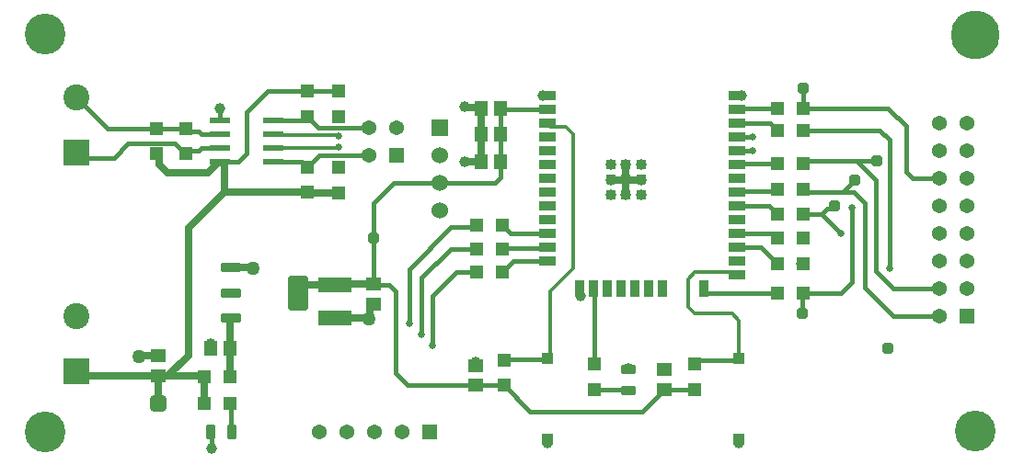
<source format=gtl>
G04*
G04 #@! TF.GenerationSoftware,Altium Limited,Altium Designer,25.4.2 (15)*
G04*
G04 Layer_Physical_Order=1*
G04 Layer_Color=255*
%FSLAX44Y44*%
%MOMM*%
G71*
G04*
G04 #@! TF.SameCoordinates,8EE26F3C-D7A1-4C18-BBE8-6C97D16B18D0*
G04*
G04*
G04 #@! TF.FilePolarity,Positive*
G04*
G01*
G75*
%ADD12C,0.3000*%
%ADD14R,1.5000X0.9000*%
%ADD15R,0.9000X1.5000*%
%ADD64R,1.4500X1.1500*%
%ADD65R,0.9000X0.9000*%
G04:AMPARAMS|DCode=66|XSize=1mm|YSize=1mm|CornerRadius=0.25mm|HoleSize=0mm|Usage=FLASHONLY|Rotation=0.000|XOffset=0mm|YOffset=0mm|HoleType=Round|Shape=RoundedRectangle|*
%AMROUNDEDRECTD66*
21,1,1.0000,0.5000,0,0,0.0*
21,1,0.5000,1.0000,0,0,0.0*
1,1,0.5000,0.2500,-0.2500*
1,1,0.5000,-0.2500,-0.2500*
1,1,0.5000,-0.2500,0.2500*
1,1,0.5000,0.2500,0.2500*
%
%ADD66ROUNDEDRECTD66*%
G04:AMPARAMS|DCode=67|XSize=1mm|YSize=1mm|CornerRadius=0.25mm|HoleSize=0mm|Usage=FLASHONLY|Rotation=90.000|XOffset=0mm|YOffset=0mm|HoleType=Round|Shape=RoundedRectangle|*
%AMROUNDEDRECTD67*
21,1,1.0000,0.5000,0,0,90.0*
21,1,0.5000,1.0000,0,0,90.0*
1,1,0.5000,0.2500,0.2500*
1,1,0.5000,0.2500,-0.2500*
1,1,0.5000,-0.2500,-0.2500*
1,1,0.5000,-0.2500,0.2500*
%
%ADD67ROUNDEDRECTD67*%
G04:AMPARAMS|DCode=68|XSize=1.84mm|YSize=0.93mm|CornerRadius=0.1163mm|HoleSize=0mm|Usage=FLASHONLY|Rotation=0.000|XOffset=0mm|YOffset=0mm|HoleType=Round|Shape=RoundedRectangle|*
%AMROUNDEDRECTD68*
21,1,1.8400,0.6975,0,0,0.0*
21,1,1.6075,0.9300,0,0,0.0*
1,1,0.2325,0.8038,-0.3488*
1,1,0.2325,-0.8038,-0.3488*
1,1,0.2325,-0.8038,0.3488*
1,1,0.2325,0.8038,0.3488*
%
%ADD68ROUNDEDRECTD68*%
G04:AMPARAMS|DCode=69|XSize=1.84mm|YSize=3.19mm|CornerRadius=0.23mm|HoleSize=0mm|Usage=FLASHONLY|Rotation=0.000|XOffset=0mm|YOffset=0mm|HoleType=Round|Shape=RoundedRectangle|*
%AMROUNDEDRECTD69*
21,1,1.8400,2.7300,0,0,0.0*
21,1,1.3800,3.1900,0,0,0.0*
1,1,0.4600,0.6900,-1.3650*
1,1,0.4600,-0.6900,-1.3650*
1,1,0.4600,-0.6900,1.3650*
1,1,0.4600,0.6900,1.3650*
%
%ADD69ROUNDEDRECTD69*%
%ADD70R,1.1500X1.1500*%
%ADD71R,1.1500X1.1500*%
G04:AMPARAMS|DCode=72|XSize=0.86mm|YSize=1.36mm|CornerRadius=0.215mm|HoleSize=0mm|Usage=FLASHONLY|Rotation=270.000|XOffset=0mm|YOffset=0mm|HoleType=Round|Shape=RoundedRectangle|*
%AMROUNDEDRECTD72*
21,1,0.8600,0.9300,0,0,270.0*
21,1,0.4300,1.3600,0,0,270.0*
1,1,0.4300,-0.4650,-0.2150*
1,1,0.4300,-0.4650,0.2150*
1,1,0.4300,0.4650,0.2150*
1,1,0.4300,0.4650,-0.2150*
%
%ADD72ROUNDEDRECTD72*%
%ADD73R,1.0000X1.1000*%
%ADD74R,1.1500X1.4500*%
G04:AMPARAMS|DCode=75|XSize=1.524mm|YSize=1.524mm|CornerRadius=0.381mm|HoleSize=0mm|Usage=FLASHONLY|Rotation=90.000|XOffset=0mm|YOffset=0mm|HoleType=Round|Shape=RoundedRectangle|*
%AMROUNDEDRECTD75*
21,1,1.5240,0.7620,0,0,90.0*
21,1,0.7620,1.5240,0,0,90.0*
1,1,0.7620,0.3810,0.3810*
1,1,0.7620,0.3810,-0.3810*
1,1,0.7620,-0.3810,-0.3810*
1,1,0.7620,-0.3810,0.3810*
%
%ADD75ROUNDEDRECTD75*%
%ADD76R,1.9812X0.5334*%
%ADD77R,3.0200X1.3400*%
G04:AMPARAMS|DCode=78|XSize=0.86mm|YSize=1.36mm|CornerRadius=0.215mm|HoleSize=0mm|Usage=FLASHONLY|Rotation=0.000|XOffset=0mm|YOffset=0mm|HoleType=Round|Shape=RoundedRectangle|*
%AMROUNDEDRECTD78*
21,1,0.8600,0.9300,0,0,0.0*
21,1,0.4300,1.3600,0,0,0.0*
1,1,0.4300,0.2150,-0.4650*
1,1,0.4300,-0.2150,-0.4650*
1,1,0.4300,-0.2150,0.4650*
1,1,0.4300,0.2150,0.4650*
%
%ADD78ROUNDEDRECTD78*%
%ADD79C,0.7000*%
%ADD80C,0.4000*%
%ADD81R,1.3700X1.3700*%
%ADD82C,1.3700*%
%ADD83R,1.3700X1.3700*%
%ADD84C,1.5300*%
%ADD85R,1.5300X1.5300*%
%ADD86C,2.4000*%
%ADD87R,2.4000X2.4000*%
%ADD88C,3.7500*%
%ADD89C,4.5000*%
%ADD90C,1.0000*%
%ADD91C,1.2700*%
%ADD92C,0.6500*%
D12*
X491490Y156210D02*
X513080Y177800D01*
X491490Y97190D02*
Y156210D01*
X488950Y94650D02*
X491490Y97190D01*
X618490Y142240D02*
X624840Y135890D01*
X618490Y167640D02*
X624840Y173990D01*
X618490Y142240D02*
Y167640D01*
X624840Y135890D02*
X659130D01*
X624840Y173990D02*
X661410D01*
X665480Y94650D02*
Y129540D01*
X659130Y135890D02*
X665480Y129540D01*
X661410Y173990D02*
X663950Y171450D01*
X513080Y177800D02*
Y300990D01*
X505920Y308150D02*
X513080Y300990D01*
X491950Y308150D02*
X505920D01*
X488950Y311150D02*
X491950Y308150D01*
X236728Y288290D02*
X294963D01*
X296233Y289560D02*
X297180D01*
X294963Y288290D02*
X296233Y289560D01*
X237363Y300355D02*
X296545D01*
X297180Y299720D01*
X236728Y300990D02*
X237363Y300355D01*
D14*
X488950Y336550D02*
D03*
Y323850D02*
D03*
Y311150D02*
D03*
Y298450D02*
D03*
Y285750D02*
D03*
Y273050D02*
D03*
Y260350D02*
D03*
Y247650D02*
D03*
Y234950D02*
D03*
Y222250D02*
D03*
Y209550D02*
D03*
Y196850D02*
D03*
Y184150D02*
D03*
X663950Y171450D02*
D03*
Y184150D02*
D03*
Y196850D02*
D03*
Y209550D02*
D03*
Y222250D02*
D03*
Y234950D02*
D03*
Y247650D02*
D03*
Y260350D02*
D03*
Y273050D02*
D03*
Y285750D02*
D03*
Y298450D02*
D03*
Y311150D02*
D03*
Y323850D02*
D03*
Y336550D02*
D03*
D15*
X519300Y158950D02*
D03*
X532000D02*
D03*
X544700D02*
D03*
X557400D02*
D03*
X570100D02*
D03*
X582800D02*
D03*
X595500D02*
D03*
X633600D02*
D03*
D64*
X130810Y78630D02*
D03*
Y96630D02*
D03*
X596900Y84040D02*
D03*
Y66040D02*
D03*
X422910Y87850D02*
D03*
Y69850D02*
D03*
X328930Y144670D02*
D03*
Y162670D02*
D03*
D65*
X547450Y273350D02*
D03*
Y259350D02*
D03*
Y245350D02*
D03*
X561450D02*
D03*
X575450D02*
D03*
Y259350D02*
D03*
Y273350D02*
D03*
X561450D02*
D03*
Y259350D02*
D03*
D66*
X772160Y259080D02*
D03*
D67*
X753110Y234950D02*
D03*
X792480Y276860D02*
D03*
X802640Y104140D02*
D03*
X724695Y343695D02*
D03*
X328930Y205740D02*
D03*
X723900Y135890D02*
D03*
D68*
X197750Y177940D02*
D03*
Y154940D02*
D03*
Y131940D02*
D03*
D69*
X259450Y154940D02*
D03*
D70*
X447360Y217170D02*
D03*
X423860D02*
D03*
X447360Y195580D02*
D03*
X423860D02*
D03*
X724220Y154940D02*
D03*
X700720D02*
D03*
X447360Y173990D02*
D03*
X423860D02*
D03*
X724220Y274320D02*
D03*
X700720D02*
D03*
X724220Y227330D02*
D03*
X700720D02*
D03*
X724220Y250190D02*
D03*
X700720D02*
D03*
Y205740D02*
D03*
X724220D02*
D03*
X700720Y181610D02*
D03*
X724220D02*
D03*
X700720Y304800D02*
D03*
X724220D02*
D03*
Y325120D02*
D03*
X700720D02*
D03*
X173670Y77470D02*
D03*
X197170D02*
D03*
Y53340D02*
D03*
X173670D02*
D03*
D71*
X532130Y65720D02*
D03*
Y89220D02*
D03*
X624840Y65720D02*
D03*
Y89220D02*
D03*
X449580Y69530D02*
D03*
Y93030D02*
D03*
X297180Y317500D02*
D03*
Y341000D02*
D03*
Y270510D02*
D03*
Y247010D02*
D03*
X267970Y317500D02*
D03*
Y341000D02*
D03*
Y270830D02*
D03*
Y247330D02*
D03*
X156210Y282890D02*
D03*
Y306390D02*
D03*
X129540Y282890D02*
D03*
Y306390D02*
D03*
D72*
X563880Y84270D02*
D03*
Y64770D02*
D03*
D73*
X665480Y19650D02*
D03*
Y94650D02*
D03*
X488950Y19650D02*
D03*
Y94650D02*
D03*
D74*
X427880Y275590D02*
D03*
X445880D02*
D03*
X427880Y300990D02*
D03*
X445880D02*
D03*
X427880Y325120D02*
D03*
X445880D02*
D03*
X178960Y104140D02*
D03*
X196960D02*
D03*
D75*
X130810Y53340D02*
D03*
D76*
X236728Y275590D02*
D03*
Y288290D02*
D03*
Y300990D02*
D03*
Y313690D02*
D03*
X187452D02*
D03*
Y300990D02*
D03*
Y288290D02*
D03*
Y275590D02*
D03*
D77*
X293370Y131760D02*
D03*
Y162560D02*
D03*
D78*
X179480Y26670D02*
D03*
X198980D02*
D03*
D79*
X561340Y245110D02*
Y259080D01*
Y273050D01*
Y259080D02*
X575310D01*
X547370D02*
X561340D01*
X485140Y336550D02*
X488950D01*
X412750Y275590D02*
X427880D01*
X412750Y326390D02*
X413385Y325755D01*
X427245D01*
X427880Y325120D01*
X218370Y177870D02*
X218440Y177800D01*
X197820Y177870D02*
X218370D01*
X197750Y177940D02*
X197820Y177870D01*
X325120Y130810D02*
X326211Y131901D01*
Y142420D01*
X328461Y144670D01*
X328930D01*
X324645Y131285D02*
X325120Y130810D01*
X293845Y131285D02*
X324645D01*
X293370Y131760D02*
X293845Y131285D01*
X178960Y107840D02*
X179070Y107950D01*
X178960Y104140D02*
Y107840D01*
X113030Y96520D02*
X113085Y96575D01*
X130755D01*
X130810Y96630D01*
X427880Y300990D02*
Y325120D01*
Y275590D02*
Y300990D01*
X188285Y274757D02*
X191770D01*
Y247330D02*
Y274757D01*
Y247330D02*
X267970D01*
X158750Y214310D02*
X191770Y247330D01*
X158750Y97100D02*
Y214310D01*
X176530Y265430D02*
X185420Y274320D01*
X139700Y265430D02*
X176530D01*
X131790Y273340D02*
Y280640D01*
Y273340D02*
X139700Y265430D01*
X129540Y282890D02*
X131790Y280640D01*
X297020Y247170D02*
X297180Y247010D01*
X268130Y247170D02*
X297020D01*
X267970Y247330D02*
X268130Y247170D01*
X139700Y78050D02*
X158750Y97100D01*
X139700Y78050D02*
X173090D01*
X328875Y162615D02*
X328930Y162670D01*
X293425Y162615D02*
X328875D01*
X293370Y162560D02*
X293425Y162615D01*
X265150Y162560D02*
X293370D01*
X259450Y156860D02*
X265150Y162560D01*
X259450Y154940D02*
Y156860D01*
X197355Y131545D02*
X197750Y131940D01*
X197355Y104535D02*
Y131545D01*
X196960Y104140D02*
X197355Y104535D01*
X196960Y104140D02*
X197065Y104035D01*
Y77575D02*
Y104035D01*
Y77575D02*
X197170Y77470D01*
X173670Y53340D02*
Y77470D01*
X173090Y78050D02*
X173670Y77470D01*
X131390Y78050D02*
X139700D01*
X130810Y78630D02*
X131390Y78050D01*
X130810Y53340D02*
Y78630D01*
X59800D02*
X130810D01*
X55880Y82550D02*
X59800Y78630D01*
D80*
X628330Y92710D02*
X663540D01*
X624840Y89220D02*
X628330Y92710D01*
X663540D02*
X665480Y94650D01*
X187960Y314198D02*
Y325120D01*
X187452Y313690D02*
X187960Y314198D01*
X179910Y11860D02*
X180340Y11430D01*
X179910Y11860D02*
Y26240D01*
X179480Y26670D02*
X179910Y26240D01*
X773430Y276860D02*
X792480D01*
X773430D02*
X791210Y259080D01*
Y175260D02*
Y259080D01*
X726760Y276860D02*
X773430D01*
X760730Y247650D02*
X772160Y259080D01*
X760730Y247650D02*
X770890D01*
X726760D02*
X760730D01*
X741680Y227330D02*
X746695Y232345D01*
X750505D02*
X753110Y234950D01*
X746695Y232345D02*
X750505D01*
X267970Y341000D02*
X297180D01*
X187452Y275590D02*
X204470D01*
X231780Y341000D02*
X267970D01*
X212090Y321310D02*
X231780Y341000D01*
X212090Y283210D02*
Y321310D01*
X204470Y275590D02*
X212090Y283210D01*
X663950Y285750D02*
X678180D01*
X663950Y298450D02*
X678180D01*
X447150Y323850D02*
X488950D01*
X328930Y162670D02*
Y237490D01*
X236728Y275590D02*
X263210D01*
X267970Y270830D01*
X278130Y307340D02*
X325120D01*
X267970Y317500D02*
X278130Y307340D01*
X267970Y270830D02*
X279080Y281940D01*
X325120D01*
X264160Y313690D02*
X267970Y317500D01*
X236728Y313690D02*
X264160D01*
X60960Y279400D02*
X90170D01*
X55880Y284480D02*
X60960Y279400D01*
X90170D02*
X103410Y292640D01*
X55880Y335280D02*
X84770Y306390D01*
X156210D01*
X103410Y292640D02*
X146460D01*
X167960Y285672D02*
X170578Y288290D01*
X146460Y292640D02*
X156210Y282890D01*
X170578Y288290D02*
X187452D01*
X156210Y282890D02*
X158992Y285672D01*
X167960D01*
X170578Y300990D02*
X187452D01*
X167960Y303608D02*
X170578Y300990D01*
X158992Y303608D02*
X167960D01*
X156210Y306390D02*
X158992Y303608D01*
X725170Y344170D02*
Y346710D01*
X724695Y343695D02*
X725170Y344170D01*
X724695Y325595D02*
Y343695D01*
X721360Y181610D02*
X724220D01*
X723900Y135890D02*
Y154620D01*
X724220Y154940D01*
X383540Y106680D02*
Y152400D01*
X724220Y205740D02*
X726440D01*
X724220Y325120D02*
X724695Y325595D01*
X197170Y53340D02*
X198075Y52435D01*
Y27575D02*
Y52435D01*
Y27575D02*
X198980Y26670D01*
X724220Y274320D02*
X726760Y276860D01*
X724220Y250190D02*
X726760Y247650D01*
X770890D02*
X781050Y237490D01*
Y160020D02*
Y237490D01*
X803910Y177800D02*
Y295910D01*
X791210Y175260D02*
X807720Y158750D01*
X849630D01*
X724220Y304800D02*
X795020D01*
X803910Y295910D01*
X724220Y325120D02*
X802640D01*
X819150Y266700D02*
Y308610D01*
X802640Y325120D02*
X819150Y308610D01*
Y266700D02*
X825500Y260350D01*
X405130Y173990D02*
X423860D01*
X383540Y152400D02*
X405130Y173990D01*
X361950Y127000D02*
Y176530D01*
X373380Y116840D02*
Y168910D01*
X400050Y195580D01*
X421860Y215170D02*
X423860Y217170D01*
X400590Y215170D02*
X421860D01*
X361950Y176530D02*
X400590Y215170D01*
X400050Y195580D02*
X423860D01*
X724220Y227330D02*
X741680D01*
X759460Y209550D01*
X769620Y165100D02*
Y233680D01*
X759460Y154940D02*
X769620Y165100D01*
X724220Y154940D02*
X759460D01*
X825500Y260350D02*
X849630D01*
X781050Y160020D02*
X807720Y133350D01*
X849630D01*
X447360Y173990D02*
X457520Y184150D01*
X488950D01*
X488315Y196215D02*
X488950Y196850D01*
X447995Y196215D02*
X488315D01*
X447360Y195580D02*
X447995Y196215D01*
X447360Y217170D02*
X454980Y209550D01*
X488950D01*
X488140Y93840D02*
X488950Y94650D01*
X450390Y93840D02*
X488140D01*
X449580Y93030D02*
X450390Y93840D01*
X563405Y65245D02*
X563880Y64770D01*
X532605Y65245D02*
X563405D01*
X532130Y65720D02*
X532605Y65245D01*
X532065Y89285D02*
X532130Y89220D01*
X532065Y89285D02*
Y158885D01*
X532000Y158950D02*
X532065Y158885D01*
X636100Y154940D02*
X700720D01*
X633600Y157440D02*
X636100Y154940D01*
X633600Y157440D02*
Y158950D01*
X685480Y196850D02*
X700720Y181610D01*
X663950Y196850D02*
X685480D01*
X696910Y209550D02*
X700720Y205740D01*
X663950Y209550D02*
X696910D01*
X693100Y234950D02*
X700720Y227330D01*
X663950Y234950D02*
X693100D01*
X699450Y248920D02*
X700720Y250190D01*
X665220Y248920D02*
X699450D01*
X663950Y247650D02*
X665220Y248920D01*
X700085Y273685D02*
X700720Y274320D01*
X664585Y273685D02*
X700085D01*
X663950Y273050D02*
X664585Y273685D01*
X694370Y311150D02*
X700720Y304800D01*
X663950Y311150D02*
X694370D01*
X700085Y324485D02*
X700720Y325120D01*
X664585Y324485D02*
X700085D01*
X663950Y323850D02*
X664585Y324485D01*
X349250Y81280D02*
Y156210D01*
X360680Y69850D02*
X422910D01*
X349250Y81280D02*
X360680Y69850D01*
X343647Y161813D02*
X349250Y156210D01*
X329787Y161813D02*
X343647D01*
X328930Y162670D02*
X329787Y161813D01*
X473390Y45720D02*
X576580D01*
X449420Y69690D02*
X473390Y45720D01*
X576580D02*
X591650Y60790D01*
Y62290D02*
X595400Y66040D01*
X596900D01*
X591650Y60790D02*
Y62290D01*
X624680Y65880D02*
X624840Y65720D01*
X597060Y65880D02*
X624680D01*
X596900Y66040D02*
X597060Y65880D01*
X423070Y69690D02*
X449420D01*
X422910Y69850D02*
X423070Y69690D01*
X347980Y256540D02*
X389890D01*
X328930Y237490D02*
X347980Y256540D01*
X445880Y325120D02*
X447150Y323850D01*
X445880Y275590D02*
Y300990D01*
Y325120D01*
X445770Y275480D02*
X445880Y275590D01*
X445770Y261620D02*
Y275480D01*
X440690Y256540D02*
X445770Y261620D01*
X389890Y256540D02*
X440690D01*
D81*
X381000Y26670D02*
D03*
D82*
X355600D02*
D03*
X330200D02*
D03*
X304800D02*
D03*
X279400D02*
D03*
X849630Y311150D02*
D03*
X875030D02*
D03*
X849630Y285750D02*
D03*
X875030D02*
D03*
X849630Y260350D02*
D03*
X875030D02*
D03*
X849630Y234950D02*
D03*
X875030D02*
D03*
X849630Y209550D02*
D03*
X875030D02*
D03*
X849630Y184150D02*
D03*
X875030D02*
D03*
X849630Y158750D02*
D03*
X875030D02*
D03*
X849630Y133350D02*
D03*
X325120Y281940D02*
D03*
X350520Y307340D02*
D03*
X325120D02*
D03*
D83*
X875030Y133350D02*
D03*
X350520Y281940D02*
D03*
D84*
X389890Y231140D02*
D03*
Y256540D02*
D03*
Y281940D02*
D03*
D85*
Y307340D02*
D03*
D86*
X55880Y133350D02*
D03*
Y335280D02*
D03*
D87*
Y82550D02*
D03*
Y284480D02*
D03*
D88*
X26670Y26670D02*
D03*
Y393700D02*
D03*
X882650Y27940D02*
D03*
D89*
Y392430D02*
D03*
D90*
X519430Y152400D02*
D03*
X422910Y91440D02*
D03*
X488950Y16510D02*
D03*
X665480D02*
D03*
X668020Y336550D02*
D03*
X485140D02*
D03*
X187960Y325120D02*
D03*
X547370Y245110D02*
D03*
X561340D02*
D03*
X575310D02*
D03*
Y259080D02*
D03*
X561340D02*
D03*
X547370D02*
D03*
X575310Y273050D02*
D03*
X561340D02*
D03*
X547370D02*
D03*
X596900Y85090D02*
D03*
X563880D02*
D03*
X412750Y275590D02*
D03*
Y326390D02*
D03*
X180340Y11430D02*
D03*
X179070Y107950D02*
D03*
D91*
X218440Y177800D02*
D03*
X325120Y130810D02*
D03*
X113030Y96520D02*
D03*
D92*
X802640Y104140D02*
D03*
X678180Y285750D02*
D03*
Y298450D02*
D03*
X297180Y271730D02*
D03*
Y317500D02*
D03*
Y289560D02*
D03*
Y299720D02*
D03*
X721360Y181610D02*
D03*
X383540Y106680D02*
D03*
X726440Y205740D02*
D03*
X803910Y177800D02*
D03*
X361950Y127000D02*
D03*
X373380Y116840D02*
D03*
X759460Y209550D02*
D03*
X769620Y233680D02*
D03*
M02*

</source>
